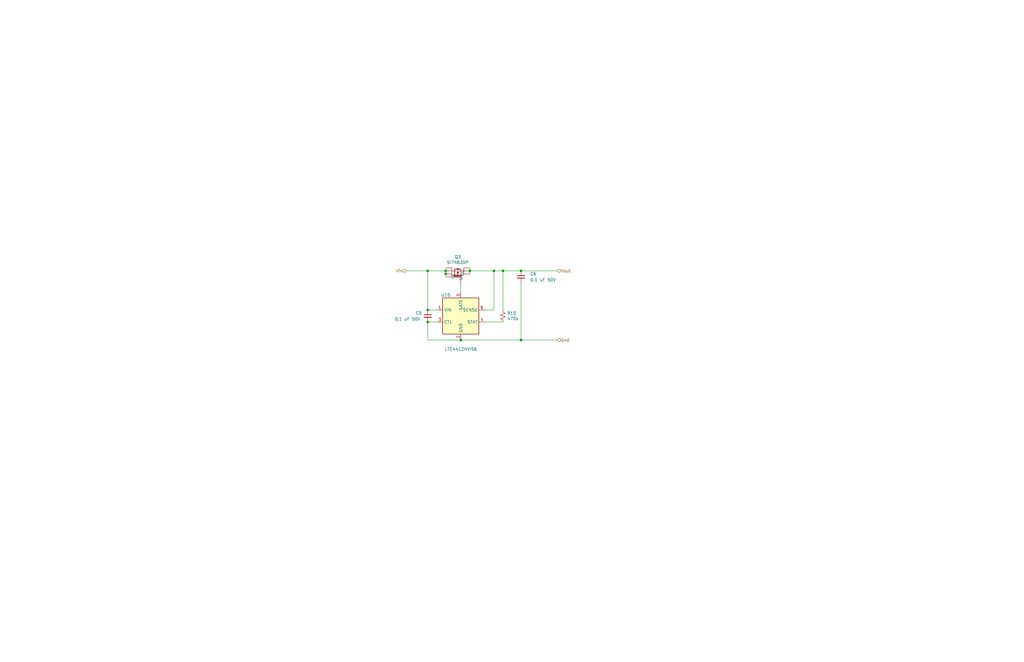
<source format=kicad_sch>
(kicad_sch (version 20211123) (generator eeschema)
  (paper "B")
  (title_block (title "Dual-Mag-Camera-Control") (date "2020-08-24") (rev "A") (company "Guatek"))
  (lib_symbols
    (symbol "Device:C_Small" (pin_numbers hide) (pin_names (offset 0.254) hide)
      (property "Reference" "C" (at 0.254 1.778 0))
      (property "Value" "C_Small" (at 0.254 -2.032 0))
      (symbol "C_Small_0_1"
        (polyline (pts (xy -1.524 -0.508) (xy 1.524 -0.508)) (stroke (width 0.3302)))
        (polyline (pts (xy -1.524 0.508) (xy 1.524 0.508)) (stroke (width 0.3048)))
      )
      (symbol "C_Small_1_1"
        (pin passive line (at 0 2.54 270) (length 2.032) (name "~") (number "1"))
        (pin passive line (at 0 -2.54 90) (length 2.032) (name "~") (number "2"))
      )
    )
    (symbol "Device:R_Small_US" (pin_numbers hide) (pin_names (offset 0.254) hide)
      (property "Reference" "R" (at 0.762 0.508 0))
      (property "Value" "R_Small_US" (at 0.762 -1.016 0))
      (symbol "R_Small_US_1_1"
        (polyline (pts (xy 0 0) (xy 1.016 -0.381) (xy 0 -0.762) (xy -1.016 -1.143) (xy 0 -1.524)))
        (polyline (pts (xy 0 1.524) (xy 1.016 1.143) (xy 0 0.762) (xy -1.016 0.381) (xy 0 0)))
        (pin passive line (at 0 2.54 270) (length 1.016) (name "~") (number "1"))
        (pin passive line (at 0 -2.54 90) (length 1.016) (name "~") (number "2"))
      )
    )
    (symbol "Dual-Mag-Camera-Control-rescue:Si7463DP-ProjectDevices" (pin_names (offset 1.016))
      (property "Reference" "Q" (at 2.54 0 0))
      (property "Value" "Si7463DP-ProjectDevices" (at 6.35 3.81 0))
      (symbol "Si7463DP-ProjectDevices_1_1"
        (circle (center 0 -1.27) (radius 0.127))
        (circle (center 0 -1.27) (radius 0.127))
        (circle (center 0 -1.27) (radius 0.127))
        (circle (center 0 -1.27) (radius 0.127))
        (polyline (pts (xy -5.08 1.27) (xy -3.81 1.27)))
        (polyline (pts (xy -2.54 1.27) (xy -3.81 1.27)))
        (polyline (pts (xy -1.905 -1.651) (xy -1.905 -1.016)) (stroke (width 0.508)))
        (polyline (pts (xy -1.905 -1.651) (xy -1.905 -1.016)) (stroke (width 0.508)))
        (polyline (pts (xy -1.905 -0.381) (xy -1.905 0.381)) (stroke (width 0.508)))
        (polyline (pts (xy -1.905 -0.381) (xy -1.905 0.381)) (stroke (width 0.508)))
        (polyline (pts (xy -1.905 1.016) (xy -1.905 1.651)) (stroke (width 0.508)))
        (polyline (pts (xy -1.778 -1.27) (xy 0 -1.27)))
        (polyline (pts (xy -1.778 -1.27) (xy 0 -1.27)))
        (polyline (pts (xy -1.778 -1.27) (xy 0 -1.27)))
        (polyline (pts (xy -1.778 -1.27) (xy 0 -1.27)))
        (polyline (pts (xy -1.778 1.27) (xy 0 1.27)))
        (polyline (pts (xy -1.27 -3.81) (xy -1.27 -2.54)))
        (polyline (pts (xy 0 -3.81) (xy 0 -2.54)))
        (polyline (pts (xy 0 1.27) (xy 0 2.54)))
        (polyline (pts (xy 0 2.54) (xy 0 3.81)))
        (polyline (pts (xy 0.381 0.381) (xy 1.143 0.381)))
        (polyline (pts (xy -2.54 -1.524) (xy -2.54 1.524) (xy -2.54 1.524)) (stroke (width 0.254)))
        (polyline (pts (xy -2.54 -1.524) (xy -2.54 1.524) (xy -2.54 1.524)) (stroke (width 0.254)))
        (polyline (pts (xy -1.778 0) (xy 0 0) (xy 0 1.27)))
        (polyline (pts (xy 0 2.54) (xy -1.27 2.54) (xy -1.27 3.81)))
        (polyline (pts (xy 0 2.54) (xy 1.27 2.54) (xy 1.27 3.81)))
        (polyline (pts (xy 1.27 -3.81) (xy 1.27 -2.54) (xy 0 -2.54)))
        (polyline (pts (xy -2.54 -3.81) (xy -2.54 -2.54) (xy 0 -2.54) (xy 0 -1.27)))
        (polyline (pts (xy -0.254 0) (xy -1.016 -0.381) (xy -1.016 0.381) (xy -0.254 0)) (fill (type outline)))
        (polyline (pts (xy 0 1.27) (xy 0.762 1.27) (xy 0.762 -1.27) (xy 0 -1.27)))
        (polyline (pts (xy 0 1.27) (xy 0.762 1.27) (xy 0.762 -1.27) (xy 0 -1.27)))
        (polyline (pts (xy 0 1.27) (xy 0.762 1.27) (xy 0.762 -1.27) (xy 0 -1.27)))
        (polyline (pts (xy 0 1.27) (xy 0.762 1.27) (xy 0.762 -1.27) (xy 0 -1.27)))
        (polyline (pts (xy 0.762 0.381) (xy 0.381 -0.254) (xy 1.143 -0.254) (xy 0.762 0.381)) (fill (type outline)))
        (circle (center 0 1.27) (radius 0.127))
        (circle (center 0 2.54) (radius 0.127))
        (circle (center 0 2.54) (radius 0.127))
        (circle (center 0 2.54) (radius 0.127))
        (circle (center 0 2.54) (radius 0.127))
        (pin power_out line (at -1.27 5.08 270) (length 1.27) (name "S") (number "1"))
        (pin power_out line (at 0 5.08 270) (length 1.27) (name "S") (number "2"))
        (pin power_out line (at 1.27 5.08 270) (length 1.27) (name "S") (number "3"))
        (pin passive line (at -6.35 1.27 0) (length 1.27) (name "G") (number "4"))
        (pin power_in line (at -2.54 -5.08 90) (length 1.27) (name "D") (number "5"))
        (pin power_in line (at -1.27 -5.08 90) (length 1.27) (name "D") (number "5"))
        (pin power_in line (at 0 -5.08 90) (length 1.27) (name "D") (number "5"))
        (pin power_in line (at 1.27 -5.08 90) (length 1.27) (name "D") (number "5"))
      )
    )
    (symbol "Power_Management:LTC4412xS6"
      (property "Reference" "U" (at -6.35 8.89 0))
      (property "Value" "LTC4412xS6" (at 6.35 8.89 0))
      (symbol "LTC4412xS6_0_1"
        (rectangle (start -7.62 7.62) (end 7.62 -7.62) (stroke (width 0.254)) (fill (type background)))
      )
      (symbol "LTC4412xS6_1_1"
        (pin power_in line (at -10.16 2.54 0) (length 2.54) (name "VIN") (number "1"))
        (pin power_in line (at 0 -10.16 90) (length 2.54) (name "GND") (number "2"))
        (pin input line (at -10.16 -2.54 0) (length 2.54) (name "CTL") (number "3"))
        (pin open_collector line (at 10.16 -2.54 180) (length 2.54) (name "STAT") (number "4"))
        (pin output line (at 0 10.16 270) (length 2.54) (name "GATE") (number "5"))
        (pin input line (at 10.16 2.54 180) (length 2.54) (name "SENSE") (number "6"))
      )
    )
  )
  (junction (at 180.34 114.3))
  (junction (at 187.96 114.3))
  (junction (at 198.12 114.3))
  (junction (at 219.71 143.51))
  (junction (at 212.09 114.3))
  (junction (at 180.34 130.81))
  (junction (at 187.96 115.57))
  (junction (at 194.31 143.51))
  (junction (at 208.28 114.3))
  (junction (at 219.71 114.3))
  (junction (at 180.34 135.89))
  (wire (pts (xy 187.96 114.3) (xy 180.34 114.3)))
  (wire (pts (xy 180.34 143.51) (xy 180.34 135.89)))
  (wire (pts (xy 219.71 114.3) (xy 234.95 114.3)))
  (wire (pts (xy 198.12 114.3) (xy 208.28 114.3)))
  (wire (pts (xy 219.71 143.51) (xy 234.95 143.51)))
  (wire (pts (xy 208.28 130.81) (xy 204.47 130.81)))
  (wire (pts (xy 212.09 114.3) (xy 219.71 114.3)))
  (wire (pts (xy 194.31 143.51) (xy 219.71 143.51)))
  (wire (pts (xy 208.28 114.3) (xy 212.09 114.3)))
  (wire (pts (xy 198.12 113.03) (xy 198.12 114.3)))
  (wire (pts (xy 180.34 114.3) (xy 180.34 130.81)))
  (wire (pts (xy 187.96 115.57) (xy 187.96 116.84)))
  (wire (pts (xy 194.31 143.51) (xy 180.34 143.51)))
  (wire (pts (xy 212.09 135.89) (xy 204.47 135.89)))
  (wire (pts (xy 198.12 114.3) (xy 198.12 115.57)))
  (wire (pts (xy 187.96 113.03) (xy 187.96 114.3)))
  (wire (pts (xy 219.71 119.38) (xy 219.71 143.51)))
  (wire (pts (xy 180.34 114.3) (xy 171.45 114.3)))
  (wire (pts (xy 187.96 114.3) (xy 187.96 115.57)))
  (wire (pts (xy 212.09 130.81) (xy 212.09 114.3)))
  (wire (pts (xy 208.28 114.3) (xy 208.28 130.81)))
  (wire (pts (xy 194.31 120.65) (xy 194.31 123.19)))
  (wire (pts (xy 180.34 135.89) (xy 184.15 135.89)))
  (wire (pts (xy 180.34 130.81) (xy 184.15 130.81)))
  (hierarchical_label "Vout" (shape input) (at 234.95 114.3 0))
  (hierarchical_label "Gnd" (shape input) (at 234.95 143.51 0))
  (hierarchical_label "Vin" (shape input) (at 171.45 114.3 180))
  (symbol (lib_id "Power_Management:LTC4412xS6") (at 194.31 133.35 0) (unit 1)
    (property "Reference" "U15" (at 187.96 124.46 0))
    (property "Value" "LTC4412HVIS6" (at 194.31 147.32 0))
    (property "Footprint" "Package_TO_SOT_SMD:TSOT-23-6" (effects hide))
    (property "Datasheet" "https://www.analog.com/media/en/technical-documentation/data-sheets/4412hvfs.pdf" (effects hide))
    (property "Part Number" "LTC4412HVIS6#TRPBF" (effects hide))
    (property "Supplier" "Digikey" (effects hide))
    (property "Link" "https://www.digikey.com/product-detail/en/linear-technology-analog-devices/LTC4412HVIS6-TRPBF/LTC4412HVIS6-TRPBFCT-ND/4694483" (effects hide))
  )
  (symbol (lib_id "Dual-Mag-Camera-Control-rescue:Si7463DP-ProjectDevices") (at 193.04 114.3 270) (mirror x) (unit 1)
    (property "Reference" "Q3" (at 193.04 108.4326 90))
    (property "Value" "Si7463DP" (at 193.04 110.744 90))
    (property "Footprint" "Package_SO:PowerPAK_SO-8_Single" (effects hide))
    (property "Datasheet" "https://www.vishay.com/docs/72440/si7463dp.pdf" (effects hide))
    (property "Part Number" "SI7463DP-T1-E3CT-ND" (effects hide))
    (property "Supplier" "Digikey" (effects hide))
    (property "Link" "https://www.digikey.com/en/products/detail/vishay-siliconix/SI7463DP-T1-E3/1656627" (effects hide))
  )
  (symbol (lib_id "Device:C_Small") (at 180.34 133.35 0) (unit 1)
    (property "Reference" "C5" (at 175.26 132.08 0) (effects (justify left)))
    (property "Value" "0.1 uF 50V" (at 166.37 134.62 0) (effects (justify left)))
    (property "Footprint" "Capacitor_SMD:C_0603_1608Metric_Pad1.05x0.95mm_HandSolder" (effects hide))
    (property "Datasheet" "https://api.kemet.com/component-edge/download/datasheet/C0603C104M5RACTU.pdf" (effects hide))
    (property "Part Number" "C0603C104M5RACTU" (effects hide))
    (property "Supplier" "Digikey" (effects hide))
    (property "Link" "https://www.digikey.com/product-detail/en/kemet/C0603C104M5RACTU/399-7845-1-ND/3471568" (effects hide))
  )
  (symbol (lib_id "Device:C_Small") (at 219.71 116.84 0) (unit 1)
    (property "Reference" "C6" (at 223.52 115.57 0) (effects (justify left)))
    (property "Value" "0.1 uF 50V" (at 223.52 118.11 0) (effects (justify left)))
    (property "Footprint" "Capacitor_SMD:C_0603_1608Metric_Pad1.05x0.95mm_HandSolder" (effects hide))
    (property "Datasheet" "https://api.kemet.com/component-edge/download/datasheet/C0603C104M5RACTU.pdf" (effects hide))
    (property "Part Number" "C0603C104M5RACTU" (effects hide))
    (property "Supplier" "Digikey" (effects hide))
    (property "Link" "https://www.digikey.com/product-detail/en/kemet/C0603C104M5RACTU/399-7845-1-ND/3471568" (effects hide))
  )
  (symbol (lib_id "Device:R_Small_US") (at 212.09 133.35 0) (unit 1)
    (property "Reference" "R10" (at 213.8172 132.1816 0) (effects (justify left)))
    (property "Value" "470k" (at 213.8172 134.493 0) (effects (justify left)))
    (property "Footprint" "Resistor_SMD:R_0603_1608Metric_Pad1.05x0.95mm_HandSolder" (effects hide))
    (property "Datasheet" "https://www.te.com/commerce/DocumentDelivery/DDEController?Action=srchrtrv&DocNm=1773200&DocType=DS&DocLang=English" (effects hide))
    (property "Part Number" "CPF0603B470KE1" (effects hide))
    (property "Supplier" "Digikey" (effects hide))
    (property "Link" "https://www.digikey.com/product-detail/en/te-connectivity-passive-product/CPF0603B470KE1/A102278CT-ND/2728653" (effects hide))
  )
)
</source>
